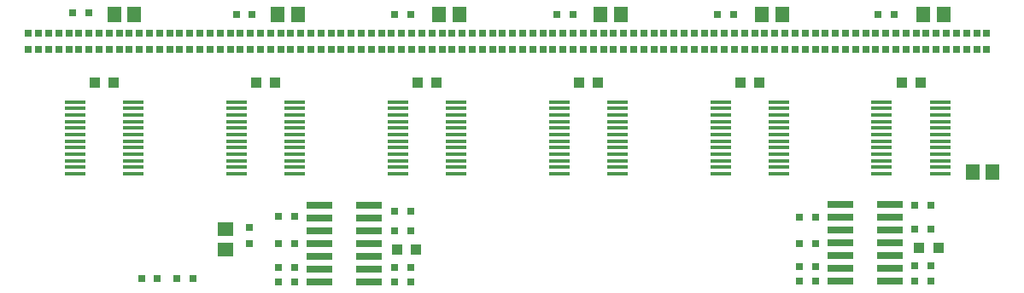
<source format=gtp>
%FSLAX43Y43*%
%MOMM*%
G71*
G01*
G75*
G04 Layer_Color=8421504*
%ADD10R,0.800X0.800*%
%ADD11R,1.500X1.400*%
%ADD12R,0.800X0.800*%
%ADD13R,2.500X0.700*%
%ADD14R,1.100X1.100*%
%ADD15R,1.400X1.500*%
%ADD16R,2.000X0.350*%
%ADD17C,0.400*%
%ADD18C,0.200*%
%ADD19C,1.500*%
%ADD20R,1.500X1.500*%
%ADD21C,1.600*%
%ADD22R,1.600X1.600*%
%ADD23C,3.200*%
%ADD24C,0.800*%
%ADD25C,0.250*%
%ADD26C,0.600*%
%ADD27C,0.100*%
D10*
X69300Y51800D02*
D03*
X70900D02*
D03*
X72800D02*
D03*
X74400D02*
D03*
X84500Y58000D02*
D03*
X82900D02*
D03*
X84500Y55300D02*
D03*
X82900D02*
D03*
Y52900D02*
D03*
X84500D02*
D03*
X82900Y51475D02*
D03*
X84500D02*
D03*
X94400Y58500D02*
D03*
X96000D02*
D03*
X94400Y56600D02*
D03*
X96000D02*
D03*
Y52900D02*
D03*
X94400D02*
D03*
X96000Y51475D02*
D03*
X94400D02*
D03*
X136100Y53000D02*
D03*
X134500D02*
D03*
Y51600D02*
D03*
X136100D02*
D03*
Y57900D02*
D03*
X134500D02*
D03*
X136100Y55300D02*
D03*
X134500D02*
D03*
X146000Y59100D02*
D03*
X147600D02*
D03*
X146000Y56700D02*
D03*
X147600D02*
D03*
Y51600D02*
D03*
X146000D02*
D03*
X147600Y53100D02*
D03*
X146000D02*
D03*
X78700Y78100D02*
D03*
X80300D02*
D03*
X94400D02*
D03*
X96000D02*
D03*
X110500D02*
D03*
X112100D02*
D03*
X142300D02*
D03*
X143900D02*
D03*
X126400D02*
D03*
X128000D02*
D03*
X62500Y78200D02*
D03*
X64100D02*
D03*
D11*
X77600Y56700D02*
D03*
Y54700D02*
D03*
D12*
X80000Y55300D02*
D03*
Y56900D02*
D03*
X153100Y76200D02*
D03*
Y74600D02*
D03*
X152100Y76200D02*
D03*
Y74600D02*
D03*
X151100Y76200D02*
D03*
Y74600D02*
D03*
X150100Y76200D02*
D03*
Y74600D02*
D03*
X149100Y76200D02*
D03*
Y74600D02*
D03*
X148100Y76200D02*
D03*
Y74600D02*
D03*
X147100Y76200D02*
D03*
Y74600D02*
D03*
X146100Y76200D02*
D03*
Y74600D02*
D03*
X145100Y76200D02*
D03*
Y74600D02*
D03*
X144100Y76200D02*
D03*
Y74600D02*
D03*
X143100Y76200D02*
D03*
Y74600D02*
D03*
X142100Y76200D02*
D03*
Y74600D02*
D03*
X141100Y76200D02*
D03*
Y74600D02*
D03*
X140100Y76200D02*
D03*
Y74600D02*
D03*
X139100Y76200D02*
D03*
Y74600D02*
D03*
X138100Y76200D02*
D03*
Y74600D02*
D03*
X137100Y76200D02*
D03*
Y74600D02*
D03*
X136100Y76200D02*
D03*
Y74600D02*
D03*
X135100Y76200D02*
D03*
Y74600D02*
D03*
X134100Y76200D02*
D03*
Y74600D02*
D03*
X133100Y76200D02*
D03*
Y74600D02*
D03*
X132100Y76200D02*
D03*
Y74600D02*
D03*
X131100Y76200D02*
D03*
Y74600D02*
D03*
X130100Y76200D02*
D03*
Y74600D02*
D03*
X129100Y76200D02*
D03*
Y74600D02*
D03*
X128100Y76200D02*
D03*
Y74600D02*
D03*
X127100Y76200D02*
D03*
Y74600D02*
D03*
X126100Y76200D02*
D03*
Y74600D02*
D03*
X125100Y76200D02*
D03*
Y74600D02*
D03*
X124100Y76200D02*
D03*
Y74600D02*
D03*
X123100Y76200D02*
D03*
Y74600D02*
D03*
X122100Y76200D02*
D03*
Y74600D02*
D03*
X121100Y76200D02*
D03*
Y74600D02*
D03*
X120100Y76200D02*
D03*
Y74600D02*
D03*
X119100Y76200D02*
D03*
Y74600D02*
D03*
X118100Y76200D02*
D03*
Y74600D02*
D03*
X117100Y76200D02*
D03*
Y74600D02*
D03*
X116100Y76200D02*
D03*
Y74600D02*
D03*
X115100Y76200D02*
D03*
Y74600D02*
D03*
X114100Y76200D02*
D03*
Y74600D02*
D03*
X113100Y76200D02*
D03*
Y74600D02*
D03*
X112100Y76200D02*
D03*
Y74600D02*
D03*
X111100Y76200D02*
D03*
Y74600D02*
D03*
X110100Y76200D02*
D03*
Y74600D02*
D03*
X109100Y76200D02*
D03*
Y74600D02*
D03*
X108100Y76200D02*
D03*
Y74600D02*
D03*
X107100Y76200D02*
D03*
Y74600D02*
D03*
X106100Y76200D02*
D03*
Y74600D02*
D03*
X105100Y76200D02*
D03*
Y74600D02*
D03*
X104100Y76200D02*
D03*
Y74600D02*
D03*
X103100Y76200D02*
D03*
Y74600D02*
D03*
X102100Y76200D02*
D03*
Y74600D02*
D03*
X101100Y76200D02*
D03*
Y74600D02*
D03*
X100100Y76200D02*
D03*
Y74600D02*
D03*
X99100Y76200D02*
D03*
Y74600D02*
D03*
X98100Y76200D02*
D03*
Y74600D02*
D03*
X97100Y76200D02*
D03*
Y74600D02*
D03*
X96100Y76200D02*
D03*
Y74600D02*
D03*
X95100Y76200D02*
D03*
Y74600D02*
D03*
X94100Y76200D02*
D03*
Y74600D02*
D03*
X93100Y76200D02*
D03*
Y74600D02*
D03*
X92100Y76200D02*
D03*
Y74600D02*
D03*
X91100Y76200D02*
D03*
Y74600D02*
D03*
X90100Y76200D02*
D03*
Y74600D02*
D03*
X89100Y76200D02*
D03*
Y74600D02*
D03*
X88100Y76200D02*
D03*
Y74600D02*
D03*
X87100Y76200D02*
D03*
Y74600D02*
D03*
X86100Y76200D02*
D03*
Y74600D02*
D03*
X85100Y76200D02*
D03*
Y74600D02*
D03*
X84100Y76200D02*
D03*
Y74600D02*
D03*
X83100Y76200D02*
D03*
Y74600D02*
D03*
X82100Y76200D02*
D03*
Y74600D02*
D03*
X81100Y76200D02*
D03*
Y74600D02*
D03*
X80100Y76200D02*
D03*
Y74600D02*
D03*
X79100Y76200D02*
D03*
Y74600D02*
D03*
X78100Y76200D02*
D03*
Y74600D02*
D03*
X77100Y76200D02*
D03*
Y74600D02*
D03*
X76100Y76200D02*
D03*
Y74600D02*
D03*
X75100Y76200D02*
D03*
Y74600D02*
D03*
X74100Y76200D02*
D03*
Y74600D02*
D03*
X73100Y76200D02*
D03*
Y74600D02*
D03*
X72100Y76200D02*
D03*
Y74600D02*
D03*
X71100Y76200D02*
D03*
Y74600D02*
D03*
X70100D02*
D03*
Y76200D02*
D03*
X69100D02*
D03*
Y74600D02*
D03*
X68100Y76200D02*
D03*
Y74600D02*
D03*
X67100D02*
D03*
Y76200D02*
D03*
X66100Y74600D02*
D03*
Y76200D02*
D03*
X65100D02*
D03*
Y74600D02*
D03*
X64100Y76200D02*
D03*
Y74600D02*
D03*
X63100D02*
D03*
Y76200D02*
D03*
X62100D02*
D03*
Y74600D02*
D03*
X61100Y76200D02*
D03*
Y74600D02*
D03*
X60100Y76200D02*
D03*
Y74600D02*
D03*
X59100D02*
D03*
Y76200D02*
D03*
X58100Y74600D02*
D03*
Y76200D02*
D03*
D13*
X91875Y51465D02*
D03*
Y52735D02*
D03*
Y54005D02*
D03*
Y55275D02*
D03*
Y56545D02*
D03*
Y57815D02*
D03*
Y59085D02*
D03*
X86975Y51465D02*
D03*
Y52735D02*
D03*
Y54005D02*
D03*
Y55275D02*
D03*
Y56545D02*
D03*
Y57815D02*
D03*
Y59085D02*
D03*
X143500Y51540D02*
D03*
Y52810D02*
D03*
Y54080D02*
D03*
Y55350D02*
D03*
Y56620D02*
D03*
Y57890D02*
D03*
Y59160D02*
D03*
X138600Y51540D02*
D03*
Y52810D02*
D03*
Y54080D02*
D03*
Y55350D02*
D03*
Y56620D02*
D03*
Y57890D02*
D03*
Y59160D02*
D03*
D14*
X94650Y54700D02*
D03*
X96550D02*
D03*
X146400Y54850D02*
D03*
X148300D02*
D03*
X146550Y71300D02*
D03*
X144650D02*
D03*
X130550D02*
D03*
X128650D02*
D03*
X114550D02*
D03*
X112650D02*
D03*
X64650D02*
D03*
X66550D02*
D03*
X82550D02*
D03*
X80650D02*
D03*
X98550D02*
D03*
X96650D02*
D03*
D15*
X151700Y62400D02*
D03*
X153700D02*
D03*
X66600Y78100D02*
D03*
X68600D02*
D03*
X82800D02*
D03*
X84800D02*
D03*
X98800D02*
D03*
X100800D02*
D03*
X114800D02*
D03*
X116800D02*
D03*
X130800D02*
D03*
X132800D02*
D03*
X146800D02*
D03*
X148800D02*
D03*
D16*
X142700Y69375D02*
D03*
Y68725D02*
D03*
Y68075D02*
D03*
Y67425D02*
D03*
Y66775D02*
D03*
Y66125D02*
D03*
Y65475D02*
D03*
Y64825D02*
D03*
Y64175D02*
D03*
Y63525D02*
D03*
Y62875D02*
D03*
Y62225D02*
D03*
X148500Y69375D02*
D03*
Y68725D02*
D03*
Y68075D02*
D03*
Y67425D02*
D03*
Y66775D02*
D03*
Y66125D02*
D03*
Y65475D02*
D03*
Y64825D02*
D03*
Y64175D02*
D03*
Y63525D02*
D03*
Y62875D02*
D03*
Y62225D02*
D03*
X126700Y69375D02*
D03*
Y68725D02*
D03*
Y68075D02*
D03*
Y67425D02*
D03*
Y66775D02*
D03*
Y66125D02*
D03*
Y65475D02*
D03*
Y64825D02*
D03*
Y64175D02*
D03*
Y63525D02*
D03*
Y62875D02*
D03*
Y62225D02*
D03*
X132500Y69375D02*
D03*
Y68725D02*
D03*
Y68075D02*
D03*
Y67425D02*
D03*
Y66775D02*
D03*
Y66125D02*
D03*
Y65475D02*
D03*
Y64825D02*
D03*
Y64175D02*
D03*
Y63525D02*
D03*
Y62875D02*
D03*
Y62225D02*
D03*
X110700Y69375D02*
D03*
Y68725D02*
D03*
Y68075D02*
D03*
Y67425D02*
D03*
Y66775D02*
D03*
Y66125D02*
D03*
Y65475D02*
D03*
Y64825D02*
D03*
Y64175D02*
D03*
Y63525D02*
D03*
Y62875D02*
D03*
Y62225D02*
D03*
X116500Y69375D02*
D03*
Y68725D02*
D03*
Y68075D02*
D03*
Y67425D02*
D03*
Y66775D02*
D03*
Y66125D02*
D03*
Y65475D02*
D03*
Y64825D02*
D03*
Y64175D02*
D03*
Y63525D02*
D03*
Y62875D02*
D03*
Y62225D02*
D03*
X62700Y69375D02*
D03*
Y68725D02*
D03*
Y68075D02*
D03*
Y67425D02*
D03*
Y66775D02*
D03*
Y66125D02*
D03*
Y65475D02*
D03*
Y64825D02*
D03*
Y64175D02*
D03*
Y63525D02*
D03*
Y62875D02*
D03*
Y62225D02*
D03*
X68500Y69375D02*
D03*
Y68725D02*
D03*
Y68075D02*
D03*
Y67425D02*
D03*
Y66775D02*
D03*
Y66125D02*
D03*
Y65475D02*
D03*
Y64825D02*
D03*
Y64175D02*
D03*
Y63525D02*
D03*
Y62875D02*
D03*
Y62225D02*
D03*
X78700Y69375D02*
D03*
Y68725D02*
D03*
Y68075D02*
D03*
Y67425D02*
D03*
Y66775D02*
D03*
Y66125D02*
D03*
Y65475D02*
D03*
Y64825D02*
D03*
Y64175D02*
D03*
Y63525D02*
D03*
Y62875D02*
D03*
Y62225D02*
D03*
X84500Y69375D02*
D03*
Y68725D02*
D03*
Y68075D02*
D03*
Y67425D02*
D03*
Y66775D02*
D03*
Y66125D02*
D03*
Y65475D02*
D03*
Y64825D02*
D03*
Y64175D02*
D03*
Y63525D02*
D03*
Y62875D02*
D03*
Y62225D02*
D03*
X94700Y69375D02*
D03*
Y68725D02*
D03*
Y68075D02*
D03*
Y67425D02*
D03*
Y66775D02*
D03*
Y66125D02*
D03*
Y65475D02*
D03*
Y64825D02*
D03*
Y64175D02*
D03*
Y63525D02*
D03*
Y62875D02*
D03*
Y62225D02*
D03*
X100500Y69375D02*
D03*
Y68725D02*
D03*
Y68075D02*
D03*
Y67425D02*
D03*
Y66775D02*
D03*
Y66125D02*
D03*
Y65475D02*
D03*
Y64825D02*
D03*
Y64175D02*
D03*
Y63525D02*
D03*
Y62875D02*
D03*
Y62225D02*
D03*
M02*

</source>
